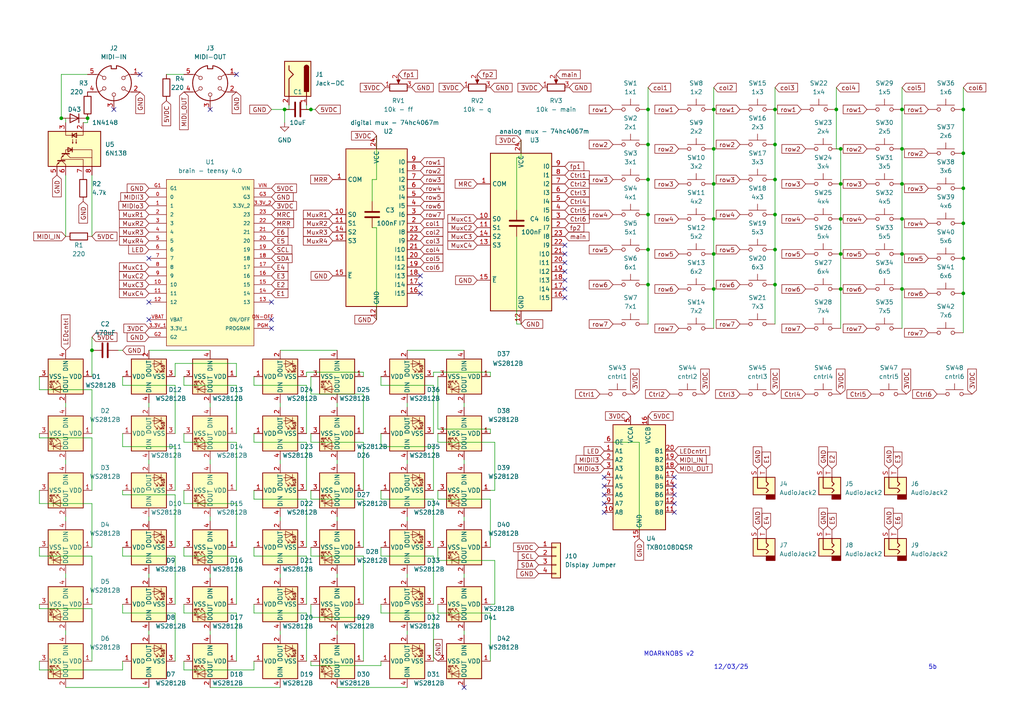
<source format=kicad_sch>
(kicad_sch (version 20211123) (generator eeschema)
  (paper "A4")
  (junction (at 207.01 73.66))
  (junction (at 261.62 53.34))
  (junction (at 261.62 63.5))
  (junction (at 261.62 31.75))
  (junction (at 187.96 41.91))
  (junction (at 207.01 43.18))
  (junction (at 207.01 83.82))
  (junction (at 242.57 31.75))
  (junction (at 207.01 31.75))
  (junction (at 279.4 85.09))
  (junction (at 187.96 62.23))
  (junction (at 279.4 44.45))
  (junction (at 261.62 83.82))
  (junction (at 17.78 34.29))
  (junction (at 261.62 73.66))
  (junction (at 261.62 43.18))
  (junction (at 279.4 54.61))
  (junction (at 243.84 63.5))
  (junction (at 187.96 31.75))
  (junction (at 224.79 31.75))
  (junction (at 224.79 41.91))
  (junction (at 25.4 34.29))
  (junction (at 224.79 72.39))
  (junction (at 243.84 43.18))
  (junction (at 207.01 63.5))
  (junction (at 26.67 101.6))
  (junction (at 279.4 64.77))
  (junction (at 279.4 74.93))
  (junction (at 243.84 53.34))
  (junction (at 243.84 73.66))
  (junction (at 187.96 82.55))
  (junction (at 82.55 31.75))
  (junction (at 279.4 31.75))
  (junction (at 207.01 53.34))
  (junction (at 224.79 52.07))
  (junction (at 224.79 82.55))
  (junction (at 187.96 52.07))
  (junction (at 224.79 62.23))
  (junction (at 90.17 31.75))
  (junction (at 243.84 83.82))
  (junction (at 187.96 72.39))
  (no_connect (at 195.58 146.05))
  (no_connect (at 163.83 86.36))
  (no_connect (at 163.83 78.74))
  (no_connect (at 163.83 73.66))
  (no_connect (at 43.18 92.71))
  (no_connect (at 175.26 140.97))
  (no_connect (at 175.26 143.51))
  (no_connect (at 195.58 138.43))
  (no_connect (at 78.74 92.71))
  (no_connect (at 78.74 95.25))
  (no_connect (at 195.58 148.59))
  (no_connect (at 121.92 82.55))
  (no_connect (at 163.83 76.2))
  (no_connect (at 43.18 74.93))
  (no_connect (at 134.62 199.39))
  (no_connect (at 163.83 71.12))
  (no_connect (at 121.92 80.01))
  (no_connect (at 40.64 21.59))
  (no_connect (at 43.18 87.63))
  (no_connect (at 195.58 140.97))
  (no_connect (at 175.26 148.59))
  (no_connect (at 163.83 81.28))
  (no_connect (at 78.74 87.63))
  (no_connect (at 175.26 138.43))
  (no_connect (at 163.83 83.82))
  (no_connect (at 33.02 31.75))
  (no_connect (at 175.26 146.05))
  (no_connect (at 195.58 143.51))
  (no_connect (at 68.58 21.59))
  (no_connect (at 121.92 85.09))
  (no_connect (at 60.96 31.75))
  (wire (pts (xy 118.11 118.11) (xy 118.11 116.84)))
  (wire (pts (xy 78.74 31.75) (xy 82.55 31.75)))
  (wire (pts (xy 279.4 64.77) (xy 279.4 74.93)))
  (wire (pts (xy 60.96 149.86) (xy 60.96 151.13)))
  (wire (pts (xy 90.17 128.27) (xy 105.41 128.27)))
  (wire (pts (xy 24.13 35.56) (xy 25.4 35.56)))
  (wire (pts (xy 105.41 179.07) (xy 90.17 179.07)))
  (wire (pts (xy 11.43 158.75) (xy 11.43 161.29)))
  (wire (pts (xy 149.86 68.58) (xy 149.86 93.98)))
  (wire (pts (xy 73.66 111.76) (xy 73.66 109.22)))
  (wire (pts (xy 11.43 142.24) (xy 11.43 146.05)))
  (wire (pts (xy 81.28 134.62) (xy 81.28 133.35)))
  (wire (pts (xy 125.73 109.22) (xy 125.73 107.95)))
  (wire (pts (xy 35.56 111.76) (xy 35.56 109.22)))
  (wire (pts (xy 88.9 125.73) (xy 88.9 111.76)))
  (wire (pts (xy 125.73 191.77) (xy 125.73 177.8)))
  (wire (pts (xy 105.41 128.27) (xy 105.41 142.24)))
  (wire (pts (xy 53.34 191.77) (xy 53.34 194.31)))
  (wire (pts (xy 207.01 63.5) (xy 207.01 73.66)))
  (wire (pts (xy 118.11 134.62) (xy 118.11 133.35)))
  (wire (pts (xy 48.26 21.59) (xy 53.34 21.59)))
  (wire (pts (xy 35.56 129.54) (xy 35.56 125.73)))
  (wire (pts (xy 88.9 161.29) (xy 88.9 175.26)))
  (wire (pts (xy 143.51 128.27) (xy 143.51 142.24)))
  (wire (pts (xy 207.01 53.34) (xy 207.01 63.5)))
  (wire (pts (xy 185.42 128.27) (xy 175.26 128.27)))
  (wire (pts (xy 68.58 177.8) (xy 68.58 191.77)))
  (wire (pts (xy 35.56 177.8) (xy 35.56 175.26)))
  (wire (pts (xy 50.8 158.75) (xy 50.8 143.51)))
  (wire (pts (xy 207.01 73.66) (xy 207.01 83.82)))
  (wire (pts (xy 60.96 116.84) (xy 60.96 118.11)))
  (wire (pts (xy 125.73 175.26) (xy 125.73 161.29)))
  (wire (pts (xy 185.42 156.21) (xy 185.42 128.27)))
  (wire (pts (xy 53.34 146.05) (xy 68.58 146.05)))
  (wire (pts (xy 73.66 161.29) (xy 73.66 158.75)))
  (wire (pts (xy 279.4 85.09) (xy 279.4 96.52)))
  (wire (pts (xy 11.43 176.53) (xy 26.67 176.53)))
  (wire (pts (xy 81.28 184.15) (xy 81.28 182.88)))
  (wire (pts (xy 81.28 167.64) (xy 81.28 166.37)))
  (wire (pts (xy 125.73 125.73) (xy 125.73 111.76)))
  (wire (pts (xy 34.29 101.6) (xy 35.56 101.6)))
  (wire (pts (xy 11.43 175.26) (xy 11.43 176.53)))
  (wire (pts (xy 26.67 50.8) (xy 26.67 68.58)))
  (wire (pts (xy 105.41 107.95) (xy 105.41 109.22)))
  (wire (pts (xy 73.66 194.31) (xy 73.66 191.77)))
  (wire (pts (xy 81.28 151.13) (xy 81.28 149.86)))
  (wire (pts (xy 118.11 167.64) (xy 118.11 166.37)))
  (wire (pts (xy 149.86 45.72) (xy 149.86 60.96)))
  (wire (pts (xy 109.22 39.37) (xy 109.22 52.07)))
  (wire (pts (xy 26.67 161.29) (xy 26.67 175.26)))
  (wire (pts (xy 110.49 161.29) (xy 110.49 158.75)))
  (wire (pts (xy 43.18 101.6) (xy 60.96 101.6)))
  (wire (pts (xy 279.4 25.4) (xy 279.4 31.75)))
  (wire (pts (xy 83.82 31.75) (xy 83.82 30.48)))
  (wire (pts (xy 11.43 191.77) (xy 11.43 194.31)))
  (wire (pts (xy 109.22 92.71) (xy 109.22 66.04)))
  (wire (pts (xy 60.96 133.35) (xy 60.96 134.62)))
  (wire (pts (xy 118.11 101.6) (xy 134.62 101.6)))
  (wire (pts (xy 50.8 161.29) (xy 35.56 161.29)))
  (wire (pts (xy 143.51 175.26) (xy 142.24 175.26)))
  (wire (pts (xy 68.58 125.73) (xy 68.58 111.76)))
  (wire (pts (xy 43.18 184.15) (xy 43.18 182.88)))
  (wire (pts (xy 125.73 158.75) (xy 125.73 144.78)))
  (wire (pts (xy 207.01 83.82) (xy 207.01 95.25)))
  (wire (pts (xy 11.43 146.05) (xy 26.67 146.05)))
  (wire (pts (xy 127 175.26) (xy 127 177.8)))
  (wire (pts (xy 90.17 109.22) (xy 90.17 114.3)))
  (wire (pts (xy 110.49 193.04) (xy 110.49 191.77)))
  (wire (pts (xy 118.11 151.13) (xy 118.11 149.86)))
  (wire (pts (xy 109.22 52.07) (xy 107.95 52.07)))
  (wire (pts (xy 261.62 63.5) (xy 261.62 73.66)))
  (wire (pts (xy 68.58 161.29) (xy 68.58 175.26)))
  (wire (pts (xy 26.67 101.6) (xy 26.67 109.22)))
  (wire (pts (xy 53.34 177.8) (xy 68.58 177.8)))
  (wire (pts (xy 207.01 43.18) (xy 207.01 53.34)))
  (wire (pts (xy 88.9 158.75) (xy 88.9 144.78)))
  (wire (pts (xy 11.43 127) (xy 26.67 127)))
  (wire (pts (xy 127 158.75) (xy 127 162.56)))
  (wire (pts (xy 187.96 62.23) (xy 187.96 72.39)))
  (wire (pts (xy 11.43 113.03) (xy 26.67 113.03)))
  (wire (pts (xy 118.11 184.15) (xy 118.11 182.88)))
  (wire (pts (xy 90.17 114.3) (xy 105.41 114.3)))
  (wire (pts (xy 26.67 176.53) (xy 26.67 191.77)))
  (wire (pts (xy 187.96 82.55) (xy 187.96 93.98)))
  (wire (pts (xy 142.24 107.95) (xy 142.24 109.22)))
  (wire (pts (xy 19.05 133.35) (xy 19.05 134.62)))
  (wire (pts (xy 105.41 158.75) (xy 105.41 144.78)))
  (wire (pts (xy 261.62 73.66) (xy 261.62 83.82)))
  (wire (pts (xy 88.9 161.29) (xy 73.66 161.29)))
  (wire (pts (xy 35.56 194.31) (xy 35.56 191.77)))
  (wire (pts (xy 73.66 144.78) (xy 73.66 142.24)))
  (wire (pts (xy 125.73 129.54) (xy 125.73 142.24)))
  (wire (pts (xy 149.86 93.98) (xy 151.13 93.98)))
  (wire (pts (xy 187.96 52.07) (xy 187.96 62.23)))
  (wire (pts (xy 207.01 31.75) (xy 207.01 43.18)))
  (wire (pts (xy 143.51 162.56) (xy 143.51 175.26)))
  (wire (pts (xy 242.57 25.4) (xy 242.57 31.75)))
  (wire (pts (xy 53.34 175.26) (xy 53.34 177.8)))
  (wire (pts (xy 127 177.8) (xy 142.24 177.8)))
  (wire (pts (xy 110.49 129.54) (xy 110.49 125.73)))
  (wire (pts (xy 243.84 53.34) (xy 243.84 63.5)))
  (wire (pts (xy 224.79 31.75) (xy 224.79 41.91)))
  (wire (pts (xy 97.79 166.37) (xy 97.79 167.64)))
  (wire (pts (xy 50.8 125.73) (xy 50.8 111.76)))
  (wire (pts (xy 73.66 177.8) (xy 73.66 175.26)))
  (wire (pts (xy 60.96 182.88) (xy 60.96 184.15)))
  (wire (pts (xy 97.79 116.84) (xy 97.79 118.11)))
  (wire (pts (xy 261.62 25.4) (xy 261.62 31.75)))
  (wire (pts (xy 142.24 124.46) (xy 142.24 125.73)))
  (wire (pts (xy 279.4 31.75) (xy 279.4 44.45)))
  (wire (pts (xy 17.78 21.59) (xy 25.4 21.59)))
  (wire (pts (xy 26.67 146.05) (xy 26.67 158.75)))
  (wire (pts (xy 125.73 144.78) (xy 110.49 144.78)))
  (wire (pts (xy 35.56 143.51) (xy 35.56 142.24)))
  (wire (pts (xy 53.34 158.75) (xy 53.34 161.29)))
  (wire (pts (xy 142.24 177.8) (xy 142.24 191.77)))
  (wire (pts (xy 127 125.73) (xy 127 128.27)))
  (wire (pts (xy 88.9 144.78) (xy 73.66 144.78)))
  (wire (pts (xy 187.96 25.4) (xy 187.96 31.75)))
  (wire (pts (xy 19.05 35.56) (xy 19.05 34.29)))
  (wire (pts (xy 109.22 66.04) (xy 107.95 66.04)))
  (wire (pts (xy 90.17 125.73) (xy 90.17 128.27)))
  (wire (pts (xy 50.8 177.8) (xy 50.8 191.77)))
  (wire (pts (xy 11.43 194.31) (xy 35.56 194.31)))
  (wire (pts (xy 50.8 143.51) (xy 35.56 143.51)))
  (wire (pts (xy 187.96 41.91) (xy 187.96 52.07)))
  (wire (pts (xy 107.95 58.42) (xy 107.95 52.07)))
  (wire (pts (xy 224.79 82.55) (xy 224.79 93.98)))
  (wire (pts (xy 90.17 179.07) (xy 90.17 175.26)))
  (wire (pts (xy 50.8 129.54) (xy 35.56 129.54)))
  (wire (pts (xy 224.79 52.07) (xy 224.79 62.23)))
  (wire (pts (xy 88.9 142.24) (xy 88.9 128.27)))
  (wire (pts (xy 142.24 144.78) (xy 142.24 158.75)))
  (wire (pts (xy 88.9 109.22) (xy 88.9 107.95)))
  (wire (pts (xy 110.49 109.22) (xy 110.49 111.76)))
  (wire (pts (xy 19.05 149.86) (xy 19.05 151.13)))
  (wire (pts (xy 90.17 144.78) (xy 90.17 142.24)))
  (wire (pts (xy 35.56 161.29) (xy 35.56 158.75)))
  (wire (pts (xy 125.73 107.95) (xy 142.24 107.95)))
  (wire (pts (xy 53.34 111.76) (xy 53.34 109.22)))
  (wire (pts (xy 243.84 83.82) (xy 243.84 95.25)))
  (wire (pts (xy 143.51 142.24) (xy 142.24 142.24)))
  (wire (pts (xy 279.4 74.93) (xy 279.4 85.09)))
  (wire (pts (xy 261.62 43.18) (xy 261.62 53.34)))
  (wire (pts (xy 88.9 177.8) (xy 73.66 177.8)))
  (wire (pts (xy 224.79 41.91) (xy 224.79 52.07)))
  (wire (pts (xy 127 128.27) (xy 143.51 128.27)))
  (wire (pts (xy 242.57 43.18) (xy 243.84 43.18)))
  (wire (pts (xy 11.43 109.22) (xy 11.43 113.03)))
  (wire (pts (xy 127 144.78) (xy 142.24 144.78)))
  (wire (pts (xy 151.13 45.72) (xy 151.13 40.64)))
  (wire (pts (xy 53.34 142.24) (xy 53.34 146.05)))
  (wire (pts (xy 50.8 161.29) (xy 50.8 175.26)))
  (wire (pts (xy 26.67 97.79) (xy 26.67 101.6)))
  (wire (pts (xy 82.55 31.75) (xy 83.82 31.75)))
  (wire (pts (xy 26.67 113.03) (xy 26.67 125.73)))
  (wire (pts (xy 17.78 34.29) (xy 17.78 21.59)))
  (wire (pts (xy 97.79 133.35) (xy 97.79 134.62)))
  (wire (pts (xy 224.79 62.23) (xy 224.79 72.39)))
  (wire (pts (xy 224.79 25.4) (xy 224.79 31.75)))
  (wire (pts (xy 91.44 31.75) (xy 90.17 31.75)))
  (wire (pts (xy 50.8 109.22) (xy 50.8 105.41)))
  (wire (pts (xy 19.05 166.37) (xy 19.05 167.64)))
  (wire (pts (xy 88.9 191.77) (xy 88.9 177.8)))
  (wire (pts (xy 125.73 129.54) (xy 110.49 129.54)))
  (wire (pts (xy 97.79 182.88) (xy 97.79 184.15)))
  (wire (pts (xy 134.62 149.86) (xy 134.62 151.13)))
  (wire (pts (xy 53.34 161.29) (xy 68.58 161.29)))
  (wire (pts (xy 60.96 199.39) (xy 81.28 199.39)))
  (wire (pts (xy 19.05 182.88) (xy 19.05 184.15)))
  (wire (pts (xy 26.67 161.29) (xy 11.43 161.29)))
  (wire (pts (xy 261.62 83.82) (xy 261.62 95.25)))
  (wire (pts (xy 127 142.24) (xy 127 144.78)))
  (wire (pts (xy 125.73 111.76) (xy 110.49 111.76)))
  (wire (pts (xy 19.05 50.8) (xy 19.05 68.58)))
  (wire (pts (xy 43.18 118.11) (xy 43.18 116.84)))
  (wire (pts (xy 53.34 125.73) (xy 53.34 128.27)))
  (wire (pts (xy 81.28 118.11) (xy 81.28 116.84)))
  (wire (pts (xy 149.86 45.72) (xy 151.13 45.72)))
  (wire (pts (xy 26.67 127) (xy 26.67 142.24)))
  (wire (pts (xy 97.79 199.39) (xy 118.11 199.39)))
  (wire (pts (xy 110.49 177.8) (xy 110.49 175.26)))
  (wire (pts (xy 11.43 125.73) (xy 11.43 127)))
  (wire (pts (xy 53.34 128.27) (xy 68.58 128.27)))
  (wire (pts (xy 90.17 193.04) (xy 110.49 193.04)))
  (wire (pts (xy 243.84 43.18) (xy 243.84 53.34)))
  (wire (pts (xy 242.57 31.75) (xy 242.57 43.18)))
  (wire (pts (xy 97.79 149.86) (xy 97.79 151.13)))
  (wire (pts (xy 68.58 146.05) (xy 68.58 158.75)))
  (wire (pts (xy 243.84 73.66) (xy 243.84 83.82)))
  (wire (pts (xy 187.96 72.39) (xy 187.96 82.55)))
  (wire (pts (xy 90.17 161.29) (xy 105.41 161.29)))
  (wire (pts (xy 25.4 35.56) (xy 25.4 34.29)))
  (wire (pts (xy 261.62 31.75) (xy 261.62 43.18)))
  (wire (pts (xy 43.18 167.64) (xy 43.18 166.37)))
  (wire (pts (xy 73.66 128.27) (xy 73.66 125.73)))
  (wire (pts (xy 19.05 199.39) (xy 43.18 199.39)))
  (wire (pts (xy 279.4 44.45) (xy 279.4 54.61)))
  (wire (pts (xy 90.17 158.75) (xy 90.17 161.29)))
  (wire (pts (xy 134.62 116.84) (xy 134.62 118.11)))
  (wire (pts (xy 127 109.22) (xy 127 124.46)))
  (wire (pts (xy 68.58 128.27) (xy 68.58 142.24)))
  (wire (pts (xy 82.55 35.56) (xy 82.55 31.75)))
  (wire (pts (xy 134.62 182.88) (xy 134.62 184.15)))
  (wire (pts (xy 127 162.56) (xy 143.51 162.56)))
  (wire (pts (xy 207.01 25.4) (xy 207.01 31.75)))
  (wire (pts (xy 134.62 166.37) (xy 134.62 167.64)))
  (wire (pts (xy 279.4 54.61) (xy 279.4 64.77)))
  (wire (pts (xy 50.8 105.41) (xy 68.58 105.41)))
  (wire (pts (xy 60.96 166.37) (xy 60.96 167.64)))
  (wire (pts (xy 50.8 111.76) (xy 35.56 111.76)))
  (wire (pts (xy 105.41 144.78) (xy 90.17 144.78)))
  (wire (pts (xy 187.96 31.75) (xy 187.96 41.91)))
  (wire (pts (xy 125.73 177.8) (xy 110.49 177.8)))
  (wire (pts (xy 243.84 63.5) (xy 243.84 73.66)))
  (wire (pts (xy 224.79 72.39) (xy 224.79 82.55)))
  (wire (pts (xy 53.34 194.31) (xy 73.66 194.31)))
  (wire (pts (xy 88.9 111.76) (xy 73.66 111.76)))
  (wire (pts (xy 88.9 107.95) (xy 105.41 107.95)))
  (wire (pts (xy 110.49 144.78) (xy 110.49 142.24)))
  (wire (pts (xy 19.05 116.84) (xy 19.05 118.11)))
  (wire (pts (xy 43.18 151.13) (xy 43.18 149.86)))
  (wire (pts (xy 105.41 191.77) (xy 105.41 179.07)))
  (wire (pts (xy 68.58 105.41) (xy 68.58 109.22)))
  (wire (pts (xy 127 124.46) (xy 142.24 124.46)))
  (wire (pts (xy 68.58 111.76) (xy 53.34 111.76)))
  (wire (pts (xy 105.41 114.3) (xy 105.41 125.73)))
  (wire (pts (xy 105.41 161.29) (xy 105.41 175.26)))
  (wire (pts (xy 134.62 133.35) (xy 134.62 134.62)))
  (wire (pts (xy 50.8 177.8) (xy 35.56 177.8)))
  (wire (pts (xy 90.17 191.77) (xy 90.17 193.04)))
  (wire (pts (xy 88.9 31.75) (xy 88.9 30.48)))
  (wire (pts (xy 261.62 53.34) (xy 261.62 63.5)))
  (wire (pts (xy 43.18 134.62) (xy 43.18 133.35)))
  (wire (pts (xy 125.73 161.29) (xy 110.49 161.29)))
  (wire (pts (xy 81.28 101.6) (xy 97.79 101.6)))
  (wire (pts (xy 19.05 34.29) (xy 17.78 34.29)))
  (wire (pts (xy 88.9 31.75) (xy 90.17 31.75)))
  (wire (pts (xy 50.8 129.54) (xy 50.8 142.24)))
  (wire (pts (xy 88.9 128.27) (xy 73.66 128.27)))
  (text "12/03/25" (at 207.01 194.31 0) (effects (font (size 1.27 1.27)) (justify left bottom)))
  (text "MOARkNOBS v2" (at 186.69 190.5 0) (effects (font (size 1.27 1.27)) (justify left bottom)))
  (text "5b" (at 269.24 194.31 0) (effects (font (size 1.27 1.27)) (justify left bottom)))
  (global_label "row2" (shape input) (at 251.46 43.18 180) (property "Intersheet References" "${INTERSHEET_REFS}" (effects hide)))
  (global_label "MuxR2" (shape input) (at 43.18 64.77 180) (property "Intersheet References" "${INTERSHEET_REFS}" (effects hide)))
  (global_label "row4" (shape input) (at 196.85 63.5 180) (property "Intersheet References" "${INTERSHEET_REFS}" (effects hide)))
  (global_label "Ctrl6" (shape input) (at 163.83 63.5 0) (property "Intersheet References" "${INTERSHEET_REFS}" (effects hide)))
  (global_label "row5" (shape input) (at 196.85 73.66 180) (property "Intersheet References" "${INTERSHEET_REFS}" (effects hide)))
  (global_label "row7" (shape input) (at 121.92 62.23 0) (property "Intersheet References" "${INTERSHEET_REFS}" (effects hide)))
  (global_label "Ctrl4" (shape input) (at 233.68 114.3 180) (property "Intersheet References" "${INTERSHEET_REFS}" (effects hide)))
  (global_label "GND" (shape input) (at 40.64 26.67 270) (property "Intersheet References" "${INTERSHEET_REFS}" (effects hide)))
  (global_label "MIDIi3" (shape input) (at 43.18 57.15 180) (property "Intersheet References" "${INTERSHEET_REFS}" (effects hide)))
  (global_label "row3" (shape input) (at 196.85 53.34 180) (property "Intersheet References" "${INTERSHEET_REFS}" (effects hide)))
  (global_label "col6" (shape input) (at 279.4 25.4 0) (property "Intersheet References" "${INTERSHEET_REFS}" (effects hide)))
  (global_label "LED" (shape input) (at 43.18 72.39 180) (property "Intersheet References" "${INTERSHEET_REFS}" (effects hide)))
  (global_label "3VDC" (shape input) (at 281.94 114.3 90) (property "Intersheet References" "${INTERSHEET_REFS}" (effects hide)))
  (global_label "row2" (shape input) (at 269.24 44.45 180) (property "Intersheet References" "${INTERSHEET_REFS}" (effects hide)))
  (global_label "E5" (shape input) (at 241.3 153.67 90) (property "Intersheet References" "${INTERSHEET_REFS}" (effects hide)))
  (global_label "row7" (shape input) (at 233.68 95.25 180) (property "Intersheet References" "${INTERSHEET_REFS}" (effects hide)))
  (global_label "LEDcntrl" (shape input) (at 19.05 101.6 90) (property "Intersheet References" "${INTERSHEET_REFS}" (effects hide)))
  (global_label "col6" (shape input) (at 121.92 77.47 0) (property "Intersheet References" "${INTERSHEET_REFS}" (effects hide)))
  (global_label "E2" (shape input) (at 241.3 135.89 90) (property "Intersheet References" "${INTERSHEET_REFS}" (effects hide)))
  (global_label "SCL" (shape input) (at 156.21 161.29 180) (property "Intersheet References" "${INTERSHEET_REFS}" (effects hide)))
  (global_label "row1" (shape input) (at 214.63 31.75 180) (property "Intersheet References" "${INTERSHEET_REFS}" (effects hide)))
  (global_label "MIDIo3" (shape input) (at 175.26 135.89 180) (property "Intersheet References" "${INTERSHEET_REFS}" (effects hide)))
  (global_label "col4" (shape input) (at 121.92 72.39 0) (property "Intersheet References" "${INTERSHEET_REFS}" (effects hide)))
  (global_label "fp2" (shape input) (at 163.83 66.04 0) (property "Intersheet References" "${INTERSHEET_REFS}" (effects hide)))
  (global_label "3VDC" (shape input) (at 184.15 114.3 90) (property "Intersheet References" "${INTERSHEET_REFS}" (effects hide)))
  (global_label "GND" (shape input) (at 257.81 153.67 90) (property "Intersheet References" "${INTERSHEET_REFS}" (effects hide)))
  (global_label "row6" (shape input) (at 214.63 82.55 180) (property "Intersheet References" "${INTERSHEET_REFS}" (effects hide)))
  (global_label "MIDI_OUT" (shape input) (at 53.34 26.67 270) (property "Intersheet References" "${INTERSHEET_REFS}" (effects hide)))
  (global_label "row2" (shape input) (at 214.63 41.91 180) (property "Intersheet References" "${INTERSHEET_REFS}" (effects hide)))
  (global_label "Ctrl1" (shape input) (at 173.99 114.3 180) (property "Intersheet References" "${INTERSHEET_REFS}" (effects hide)))
  (global_label "MuxC2" (shape input) (at 138.43 66.04 180) (property "Intersheet References" "${INTERSHEET_REFS}" (effects hide)))
  (global_label "col2" (shape input) (at 121.92 67.31 0) (property "Intersheet References" "${INTERSHEET_REFS}" (effects hide)))
  (global_label "Ctrl5" (shape input) (at 163.83 60.96 0) (property "Intersheet References" "${INTERSHEET_REFS}" (effects hide)))
  (global_label "SCL" (shape input) (at 78.74 72.39 0) (property "Intersheet References" "${INTERSHEET_REFS}" (effects hide)))
  (global_label "row3" (shape input) (at 177.8 52.07 180) (property "Intersheet References" "${INTERSHEET_REFS}" (effects hide)))
  (global_label "row3" (shape input) (at 121.92 52.07 0) (property "Intersheet References" "${INTERSHEET_REFS}" (effects hide)))
  (global_label "5VDC" (shape input) (at 48.26 29.21 270) (property "Intersheet References" "${INTERSHEET_REFS}" (effects hide)))
  (global_label "Ctrl4" (shape input) (at 163.83 58.42 0) (property "Intersheet References" "${INTERSHEET_REFS}" (effects hide)))
  (global_label "5VDC" (shape input) (at 78.74 54.61 0) (property "Intersheet References" "${INTERSHEET_REFS}" (effects hide)))
  (global_label "3VDC" (shape input) (at 109.22 39.37 180) (property "Intersheet References" "${INTERSHEET_REFS}" (effects hide)))
  (global_label "row6" (shape input) (at 177.8 82.55 180) (property "Intersheet References" "${INTERSHEET_REFS}" (effects hide)))
  (global_label "MIDIi3" (shape input) (at 175.26 133.35 180) (property "Intersheet References" "${INTERSHEET_REFS}" (effects hide)))
  (global_label "5VDC" (shape input) (at 26.67 68.58 0) (property "Intersheet References" "${INTERSHEET_REFS}" (effects hide)))
  (global_label "col4" (shape input) (at 242.57 25.4 0) (property "Intersheet References" "${INTERSHEET_REFS}" (effects hide)))
  (global_label "5VDC" (shape input) (at 26.67 97.79 0) (property "Intersheet References" "${INTERSHEET_REFS}" (effects hide)))
  (global_label "Ctrl2" (shape input) (at 163.83 53.34 0) (property "Intersheet References" "${INTERSHEET_REFS}" (effects hide)))
  (global_label "row2" (shape input) (at 196.85 43.18 180) (property "Intersheet References" "${INTERSHEET_REFS}" (effects hide)))
  (global_label "E3" (shape input) (at 260.35 135.89 90) (property "Intersheet References" "${INTERSHEET_REFS}" (effects hide)))
  (global_label "row4" (shape input) (at 214.63 62.23 180) (property "Intersheet References" "${INTERSHEET_REFS}" (effects hide)))
  (global_label "MuxR4" (shape input) (at 96.52 69.85 180) (property "Intersheet References" "${INTERSHEET_REFS}" (effects hide)))
  (global_label "row7" (shape input) (at 269.24 96.52 180) (property "Intersheet References" "${INTERSHEET_REFS}" (effects hide)))
  (global_label "row4" (shape input) (at 121.92 54.61 0) (property "Intersheet References" "${INTERSHEET_REFS}" (effects hide)))
  (global_label "row7" (shape input) (at 196.85 95.25 180) (property "Intersheet References" "${INTERSHEET_REFS}" (effects hide)))
  (global_label "3VDC" (shape input) (at 157.48 25.4 180) (property "Intersheet References" "${INTERSHEET_REFS}" (effects hide)))
  (global_label "GND" (shape input) (at 185.42 156.21 270) (property "Intersheet References" "${INTERSHEET_REFS}" (effects hide)))
  (global_label "Ctrl2" (shape input) (at 194.31 114.3 180) (property "Intersheet References" "${INTERSHEET_REFS}" (effects hide)))
  (global_label "E1" (shape input) (at 222.25 135.89 90) (property "Intersheet References" "${INTERSHEET_REFS}" (effects hide)))
  (global_label "row5" (shape input) (at 121.92 57.15 0) (property "Intersheet References" "${INTERSHEET_REFS}" (effects hide)))
  (global_label "col1" (shape input) (at 187.96 25.4 0) (property "Intersheet References" "${INTERSHEET_REFS}" (effects hide)))
  (global_label "E4" (shape input) (at 222.25 153.67 90) (property "Intersheet References" "${INTERSHEET_REFS}" (effects hide)))
  (global_label "MuxR3" (shape input) (at 43.18 67.31 180) (property "Intersheet References" "${INTERSHEET_REFS}" (effects hide)))
  (global_label "Ctrl6" (shape input) (at 271.78 114.3 180) (property "Intersheet References" "${INTERSHEET_REFS}" (effects hide)))
  (global_label "5VDC" (shape input) (at 91.44 31.75 0) (property "Intersheet References" "${INTERSHEET_REFS}" (effects hide)))
  (global_label "MuxC2" (shape input) (at 43.18 80.01 180) (property "Intersheet References" "${INTERSHEET_REFS}" (effects hide)))
  (global_label "5VDC" (shape input) (at 187.96 120.65 0) (property "Intersheet References" "${INTERSHEET_REFS}" (effects hide)))
  (global_label "MRR" (shape input) (at 78.74 64.77 0) (property "Intersheet References" "${INTERSHEET_REFS}" (effects hide)))
  (global_label "GND" (shape input) (at 78.74 31.75 180) (property "Intersheet References" "${INTERSHEET_REFS}" (effects hide)))
  (global_label "row1" (shape input) (at 251.46 31.75 180) (property "Intersheet References" "${INTERSHEET_REFS}" (effects hide)))
  (global_label "3VDC" (shape input) (at 43.18 95.25 180) (property "Intersheet References" "${INTERSHEET_REFS}" (effects hide)))
  (global_label "row2" (shape input) (at 177.8 41.91 180) (property "Intersheet References" "${INTERSHEET_REFS}" (effects hide)))
  (global_label "3VDC" (shape input) (at 224.79 114.3 90) (property "Intersheet References" "${INTERSHEET_REFS}" (effects hide)))
  (global_label "GND" (shape input) (at 119.38 25.4 0) (property "Intersheet References" "${INTERSHEET_REFS}" (effects hide)))
  (global_label "col3" (shape input) (at 224.79 25.4 0) (property "Intersheet References" "${INTERSHEET_REFS}" (effects hide)))
  (global_label "row4" (shape input) (at 233.68 63.5 180) (property "Intersheet References" "${INTERSHEET_REFS}" (effects hide)))
  (global_label "MuxR4" (shape input) (at 43.18 69.85 180) (property "Intersheet References" "${INTERSHEET_REFS}" (effects hide)))
  (global_label "row6" (shape input) (at 121.92 59.69 0) (property "Intersheet References" "${INTERSHEET_REFS}" (effects hide)))
  (global_label "Ctrl3" (shape input) (at 163.83 55.88 0) (property "Intersheet References" "${INTERSHEET_REFS}" (effects hide)))
  (global_label "GND" (shape input) (at 68.58 26.67 270) (property "Intersheet References" "${INTERSHEET_REFS}" (effects hide)))
  (global_label "row5" (shape input) (at 214.63 72.39 180) (property "Intersheet References" "${INTERSHEET_REFS}" (effects hide)))
  (global_label "row1" (shape input) (at 232.41 31.75 180) (property "Intersheet References" "${INTERSHEET_REFS}" (effects hide)))
  (global_label "MIDIo3" (shape input) (at 43.18 59.69 180) (property "Intersheet References" "${INTERSHEET_REFS}" (effects hide)))
  (global_label "SDA" (shape input) (at 156.21 163.83 180) (property "Intersheet References" "${INTERSHEET_REFS}" (effects hide)))
  (global_label "3VDC" (shape input) (at 182.88 120.65 180) (property "Intersheet References" "${INTERSHEET_REFS}" (effects hide)))
  (global_label "MuxC4" (shape input) (at 43.18 85.09 180) (property "Intersheet References" "${INTERSHEET_REFS}" (effects hide)))
  (global_label "E6" (shape input) (at 260.35 153.67 90) (property "Intersheet References" "${INTERSHEET_REFS}" (effects hide)))
  (global_label "GND" (shape input) (at 257.81 135.89 90) (property "Intersheet References" "${INTERSHEET_REFS}" (effects hide)))
  (global_label "LED" (shape input) (at 175.26 130.81 180) (property "Intersheet References" "${INTERSHEET_REFS}" (effects hide)))
  (global_label "MIDI_IN" (shape input) (at 195.58 133.35 0) (property "Intersheet References" "${INTERSHEET_REFS}" (effects hide)))
  (global_label "col5" (shape input) (at 261.62 25.4 0) (property "Intersheet References" "${INTERSHEET_REFS}" (effects hide)))
  (global_label "MIDI_IN" (shape input) (at 19.05 68.58 180) (property "Intersheet References" "${INTERSHEET_REFS}" (effects hide)))
  (global_label "GND" (shape input) (at 109.22 92.71 180) (property "Intersheet References" "${INTERSHEET_REFS}" (effects hide)))
  (global_label "3VDC" (shape input) (at 151.13 40.64 180) (property "Intersheet References" "${INTERSHEET_REFS}" (effects hide)))
  (global_label "row6" (shape input) (at 233.68 83.82 180) (property "Intersheet References" "${INTERSHEET_REFS}" (effects hide)))
  (global_label "GND" (shape input) (at 78.74 57.15 0) (property "Intersheet References" "${INTERSHEET_REFS}" (effects hide)))
  (global_label "MuxR1" (shape input) (at 96.52 62.23 180) (property "Intersheet References" "${INTERSHEET_REFS}" (effects hide)))
  (global_label "row3" (shape input) (at 233.68 53.34 180) (property "Intersheet References" "${INTERSHEET_REFS}" (effects hide)))
  (global_label "row4" (shape input) (at 177.8 62.23 180) (property "Intersheet References" "${INTERSHEET_REFS}" (effects hide)))
  (global_label "row4" (shape input) (at 269.24 64.77 180) (property "Intersheet References" "${INTERSHEET_REFS}" (effects hide)))
  (global_label "GND" (shape input) (at 43.18 54.61 180) (property "Intersheet References" "${INTERSHEET_REFS}" (effects hide)))
  (global_label "row1" (shape input) (at 196.85 31.75 180) (property "Intersheet References" "${INTERSHEET_REFS}" (effects hide)))
  (global_label "col1" (shape input) (at 121.92 64.77 0) (property "Intersheet References" "${INTERSHEET_REFS}" (effects hide)))
  (global_label "3VDC" (shape input) (at 78.74 59.69 0) (property "Intersheet References" "${INTERSHEET_REFS}" (effects hide)))
  (global_label "E3" (shape input) (at 78.74 80.01 0) (property "Intersheet References" "${INTERSHEET_REFS}" (effects hide)))
  (global_label "row7" (shape input) (at 251.46 95.25 180) (property "Intersheet References" "${INTERSHEET_REFS}" (effects hide)))
  (global_label "Ctrl1" (shape input) (at 163.83 50.8 0) (property "Intersheet References" "${INTERSHEET_REFS}" (effects hide)))
  (global_label "main" (shape input) (at 161.29 21.59 0) (property "Intersheet References" "${INTERSHEET_REFS}" (effects hide)))
  (global_label "row3" (shape input) (at 214.63 52.07 180) (property "Intersheet References" "${INTERSHEET_REFS}" (effects hide)))
  (global_label "MuxC1" (shape input) (at 43.18 77.47 180) (property "Intersheet References" "${INTERSHEET_REFS}" (effects hide)))
  (global_label "row5" (shape input) (at 269.24 74.93 180) (property "Intersheet References" "${INTERSHEET_REFS}" (effects hide)))
  (global_label "3VDC" (shape input) (at 243.84 114.3 90) (property "Intersheet References" "${INTERSHEET_REFS}" (effects hide)))
  (global_label "GND" (shape input) (at 24.13 58.42 270) (property "Intersheet References" "${INTERSHEET_REFS}" (effects hide)))
  (global_label "E5" (shape input) (at 78.74 69.85 0) (property "Intersheet References" "${INTERSHEET_REFS}" (effects hide)))
  (global_label "Ctrl3" (shape input) (at 214.63 114.3 180) (property "Intersheet References" "${INTERSHEET_REFS}" (effects hide)))
  (global_label "GND" (shape input) (at 238.76 135.89 90) (property "Intersheet References" "${INTERSHEET_REFS}" (effects hide)))
  (global_label "MRC" (shape input) (at 78.74 62.23 0) (property "Intersheet References" "${INTERSHEET_REFS}" (effects hide)))
  (global_label "GND" (shape input) (at 127 191.77 90) (property "Intersheet References" "${INTERSHEET_REFS}" (effects hide)))
  (global_label "GND" (shape input) (at 16.51 50.8 270) (property "Intersheet References" "${INTERSHEET_REFS}" (effects hide)))
  (global_label "E4" (shape input) (at 78.74 77.47 0) (property "Intersheet References" "${INTERSHEET_REFS}" (effects hide)))
  (global_label "GND" (shape input) (at 156.21 166.37 180) (property "Intersheet References" "${INTERSHEET_REFS}" (effects hide)))
  (global_label "MRR" (shape input) (at 96.52 52.07 180) (property "Intersheet References" "${INTERSHEET_REFS}" (effects hide)))
  (global_label "row2" (shape input) (at 121.92 49.53 0) (property "Intersheet References" "${INTERSHEET_REFS}" (effects hide)))
  (global_label "row7" (shape input) (at 214.63 93.98 180) (property "Intersheet References" "${INTERSHEET_REFS}" (effects hide)))
  (global_label "fp2" (shape input) (at 138.43 21.59 0) (property "Intersheet References" "${INTERSHEET_REFS}" (effects hide)))
  (global_label "fp1" (shape input) (at 163.83 48.26 0) (property "Intersheet References" "${INTERSHEET_REFS}" (effects hide)))
  (global_label "col3" (shape input) (at 121.92 69.85 0) (property "Intersheet References" "${INTERSHEET_REFS}" (effects hide)))
  (global_label "col5" (shape input) (at 121.92 74.93 0) (property "Intersheet References" "${INTERSHEET_REFS}" (effects hide)))
  (global_label "3VDC" (shape input) (at 111.76 25.4 180) (property "Intersheet References" "${INTERSHEET_REFS}" (effects hide)))
  (global_label "MuxC3" (shape input) (at 43.18 82.55 180) (property "Intersheet References" "${INTERSHEET_REFS}" (effects hide)))
  (global_label "Ctrl5" (shape input) (at 252.73 114.3 180) (property "Intersheet References" "${INTERSHEET_REFS}" (effects hide)))
  (global_label "GND" (shape input) (at 142.24 25.4 0) (property "Intersheet References" "${INTERSHEET_REFS}" (effects hide)))
  (global_label "row3" (shape input) (at 269.24 54.61 180) (property "Intersheet References" "${INTERSHEET_REFS}" (effects hide)))
  (global_label "GND" (shape input) (at 43.18 97.79 180) (property "Intersheet References" "${INTERSHEET_REFS}" (effects hide)))
  (global_label "row1" (shape input) (at 269.24 31.75 180) (property "Intersheet References" "${INTERSHEET_REFS}" (effects hide)))
  (global_label "GND" (shape input) (at 219.71 135.89 90) (property "Intersheet References" "${INTERSHEET_REFS}" (effects hide)))
  (global_label "LEDcntrl" (shape input) (at 195.58 130.81 0) (property "Intersheet References" "${INTERSHEET_REFS}" (effects hide)))
  (global_label "row5" (shape input) (at 251.46 73.66 180) (property "Intersheet References" "${INTERSHEET_REFS}" (effects hide)))
  (global_label "row6" (shape input) (at 269.24 85.09 180) (property "Intersheet References" "${INTERSHEET_REFS}" (effects hide)))
  (global_label "row3" (shape input) (at 251.46 53.34 180) (property "Intersheet References" "${INTERSHEET_REFS}" (effects hide)))
  (global_label "MuxR3" (shape input) (at 96.52 67.31 180) (property "Intersheet References" "${INTERSHEET_REFS}" (effects hide)))
  (global_label "E6" (shape input) (at 78.74 67.31 0) (property "Intersheet References" "${INTERSHEET_REFS}" (effects hide)))
  (global_label "MuxC4" (shape input) (at 138.43 71.12 180) (property "Intersheet References" "${INTERSHEET_REFS}" (effects hide)))
  (global_label "E2" (shape input) (at 78.74 82.55 0) (property "Intersheet References" "${INTERSHEET_REFS}" (effects hide)))
  (global_label "row4" (shape input) (at 251.46 63.5 180) (property "Intersheet References" "${INTERSHEET_REFS}" (effects hide)))
  (global_label "MIDI_OUT" (shape input) (at 195.58 135.89 0) (property "Intersheet References" "${INTERSHEET_REFS}" (effects hide)))
  (global_label "main" (shape input) (at 163.83 68.58 0) (property "Intersheet References" "${INTERSHEET_REFS}" (effects hide)))
  (global_label "GND" (shape input) (at 96.52 80.01 180) (property "Intersheet References" "${INTERSHEET_REFS}" (effects hide)))
  (global_label "SDA" (shape input) (at 78.74 74.93 0) (property "Intersheet References" "${INTERSHEET_REFS}" (effects hide)))
  (global_label "row5" (shape input) (at 177.8 72.39 180) (property "Intersheet References" "${INTERSHEET_REFS}" (effects hide)))
  (global_label "row1" (shape input) (at 121.92 46.99 0) (property "Intersheet References" "${INTERSHEET_REFS}" (effects hide)))
  (global_label "fp1" (shape input) (at 115.57 21.59 0) (property "Intersheet References" "${INTERSHEET_REFS}" (effects hide)))
  (global_label "3VDC" (shape input) (at 262.89 114.3 90) (property "Intersheet References" "${INTERSHEET_REFS}" (effects hide)))
  (global_label "row6" (shape input) (at 196.85 83.82 180) (property "Intersheet References" "${INTERSHEET_REFS}" (effects hide)))
  (global_label "MuxC3" (shape input) (at 138.43 68.58 180) (property "Intersheet References" "${INTERSHEET_REFS}" (effects hide)))
  (global_label "GND" (shape input) (at 151.13 93.98 0) (property "Intersheet References" "${INTERSHEET_REFS}" (effects hide)))
  (global_label "E1" (shape input) (at 78.74 85.09 0) (property "Intersheet References" "${INTERSHEET_REFS}" (effects hide)))
  (global_label "MuxR2" (shape input) (at 96.52 64.77 180) (property "Intersheet References" "${INTERSHEET_REFS}" (effects hide)))
  (global_label "MRC" (shape input) (at 138.43 53.34 180) (property "Intersheet References" "${INTERSHEET_REFS}" (effects hide)))
  (global_label "col2" (shape input) (at 207.01 25.4 0) (property "Intersheet References" "${INTERSHEET_REFS}" (effects hide)))
  (global_label "row2" (shape input) (at 233.68 43.18 180) (property "Intersheet References" "${INTERSHEET_REFS}" (effects hide)))
  (global_label "GND" (shape input) (at 138.43 81.28 180) (property "Intersheet References" "${INTERSHEET_REFS}" (effects hide)))
  (global_label "MuxC1" (shape input) (at 138.43 63.5 180) (property "Intersheet References" "${INTERSHEET_REFS}" (effects hide)))
  (global_label "5VDC" (shape input) (at 156.21 158.75 180) (property "Intersheet References" "${INTERSHEET_REFS}" (effects hide)))
  (global_label "MuxR1" (shape input) (at 43.18 62.23 180) (property "Intersheet References" "${INTERSHEET_REFS}" (effects hide)))
  (global_label "GND" (shape input) (at 238.76 153.67 90) (property "Intersheet References" "${INTERSHEET_REFS}" (effects hide)))
  (global_label "row5" (shape input) (at 233.68 73.66 180) (property "Intersheet References" "${INTERSHEET_REFS}" (effects hide)))
  (global_label "GND" (shape input) (at 165.1 25.4 0) (property "Intersheet References" "${INTERSHEET_REFS}" (effects hide)))
  (global_label "row7" (shape input) (at 177.8 93.98 180) (property "Intersheet References" "${INTERSHEET_REFS}" (effects hide)))
  (global_label "3VDC" (shape input) (at 204.47 114.3 90) (property "Intersheet References" "${INTERSHEET_REFS}" (effects hide)))
  (global_label "GND" (shape input) (at 219.71 153.67 90) (property "Intersheet References" "${INTERSHEET_REFS}" (effects hide)))
  (global_label "3VDC" (shape input) (at 134.62 25.4 180) (property "Intersheet References" "${INTERSHEET_REFS}" (effects hide)))
  (global_label "row6" (shape input) (at 251.46 83.82 180) (property "Intersheet References" "${INTERSHEET_REFS}" (effects hide)))
  (global_label "row1" (shape input) (at 177.8 31.75 180) (property "Intersheet References" "${INTERSHEET_REFS}" (effects hide)))
  (global_label "GND" (shape input) (at 35.56 101.6 0) (property "Intersheet References" "${INTERSHEET_REFS}" (effects hide)))
  (symbol (lib_id "LED:WS2812B") (at 60.96 142.24 270) (unit 1)
    (property "Reference" "D15" (at 68.58 146.05 90))
    (property "Value" "WS2812B" (at 67.31 148.59 90))
    (property "Footprint" "LED_SMD:LED_WS2812B_PLCC4_5.0x5.0mm_P3.2mm" (effects hide))
    (property "Datasheet" "https://cdn-shop.adafruit.com/datasheets/WS2812B.pdf" (effects hide))
  )
  (symbol (lib_id "LED:WS2812B") (at 97.79 142.24 270) (unit 1)
    (property "Reference" "D27" (at 105.41 143.51 90))
    (property "Value" "WS2812B" (at 107.95 146.05 90))
    (property "Footprint" "LED_SMD:LED_WS2812B_PLCC4_5.0x5.0mm_P3.2mm" (effects hide))
    (property "Datasheet" "https://cdn-shop.adafruit.com/datasheets/WS2812B.pdf" (effects hide))
  )
  (symbol (lib_id "LED:WS2812B") (at 134.62 142.24 270) (unit 1)
    (property "Reference" "D39" (at 146.05 135.6612 90))
    (property "Value" "WS2812B" (at 146.05 138.2012 90))
    (property "Footprint" "LED_SMD:LED_WS2812B_PLCC4_5.0x5.0mm_P3.2mm" (effects hide))
    (property "Datasheet" "https://cdn-shop.adafruit.com/datasheets/WS2812B.pdf" (effects hide))
  )
  (symbol (lib_id "Switch:SW_Push") (at 238.76 83.82 0) (unit 1)
    (property "Reference" "SW27" (at 238.76 76.2 0))
    (property "Value" "6x4" (at 238.76 78.74 0))
    (property "Footprint" "Button_Switch_SMD:SW_SPST_PTS645" (effects hide))
  )
  (symbol (lib_id "LED:WS2812B") (at 19.05 191.77 270) (unit 1)
    (property "Reference" "D6" (at 30.48 185.1912 90))
    (property "Value" "WS2812B" (at 30.48 187.7312 90))
    (property "Footprint" "LED_SMD:LED_WS2812B_PLCC4_5.0x5.0mm_P3.2mm" (effects hide))
    (property "Datasheet" "https://cdn-shop.adafruit.com/datasheets/WS2812B.pdf" (effects hide))
  )
  (symbol (lib_id "Switch:SW_Push") (at 182.88 31.75 0) (unit 1)
    (property "Reference" "SW1" (at 182.88 24.13 0))
    (property "Value" "1x1" (at 182.88 26.67 0))
    (property "Footprint" "Button_Switch_SMD:SW_SPST_PTS645" (effects hide))
  )
  (symbol (lib_id "Switch:SW_Push") (at 238.76 43.18 0) (unit 1)
    (property "Reference" "SW23" (at 238.76 35.56 0))
    (property "Value" "2x4" (at 238.76 38.1 0))
    (property "Footprint" "Button_Switch_SMD:SW_SPST_PTS645" (effects hide))
  )
  (symbol (lib_id "Switch:SW_Push") (at 238.76 53.34 0) (unit 1)
    (property "Reference" "SW24" (at 238.76 45.72 0))
    (property "Value" "3x4" (at 238.76 48.26 0))
    (property "Footprint" "Button_Switch_SMD:SW_SPST_PTS645" (effects hide))
  )
  (symbol (lib_id "LED:WS2812B") (at 118.11 158.75 90) (unit 1)
    (property "Reference" "D33" (at 125.73 162.56 90))
    (property "Value" "WS2812B" (at 124.46 165.1 90))
    (property "Footprint" "LED_SMD:LED_WS2812B_PLCC4_5.0x5.0mm_P3.2mm" (effects hide))
    (property "Datasheet" "https://cdn-shop.adafruit.com/datasheets/WS2812B.pdf" (effects hide))
  )
  (symbol (lib_id "LED:WS2812B") (at 118.11 142.24 90) (unit 1)
    (property "Reference" "D34" (at 125.73 146.05 90))
    (property "Value" "WS2812B" (at 124.46 148.59 90))
    (property "Footprint" "LED_SMD:LED_WS2812B_PLCC4_5.0x5.0mm_P3.2mm" (effects hide))
    (property "Datasheet" "https://cdn-shop.adafruit.com/datasheets/WS2812B.pdf" (effects hide))
  )
  (symbol (lib_id "LED:WS2812B") (at 97.79 175.26 270) (unit 1)
    (property "Reference" "D29" (at 105.41 179.07 90))
    (property "Value" "WS2812B" (at 104.14 181.61 90))
    (property "Footprint" "LED_SMD:LED_WS2812B_PLCC4_5.0x5.0mm_P3.2mm" (effects hide))
    (property "Datasheet" "https://cdn-shop.adafruit.com/datasheets/WS2812B.pdf" (effects hide))
  )
  (symbol (lib_id "Switch:SW_Push") (at 219.71 93.98 0) (unit 1)
    (property "Reference" "SW21" (at 219.71 86.36 0))
    (property "Value" "7x3" (at 219.71 88.9 0))
    (property "Footprint" "Button_Switch_SMD:SW_SPST_PTS645" (effects hide))
  )
  (symbol (lib_id "Switch:SW_Push") (at 274.32 31.75 0) (unit 1)
    (property "Reference" "SW36" (at 274.32 24.13 0))
    (property "Value" "1x6" (at 274.32 26.67 0))
    (property "Footprint" "Button_Switch_SMD:SW_SPST_PTS645" (effects hide))
  )
  (symbol (lib_id "Device:C") (at 86.36 31.75 90) (unit 1)
    (property "Reference" "C1" (at 86.36 26.67 90))
    (property "Value" "10uF" (at 86.36 35.56 90))
    (property "Footprint" "Capacitor_THT:C_Disc_D3.4mm_W2.1mm_P2.50mm" (effects hide))
  )
  (symbol (lib_id "Switch:SW_Push") (at 256.54 43.18 0) (unit 1)
    (property "Reference" "SW30" (at 256.54 35.56 0))
    (property "Value" "2x5" (at 256.54 38.1 0))
    (property "Footprint" "Button_Switch_SMD:SW_SPST_PTS645" (effects hide))
  )
  (symbol (lib_id "Device:R") (at 24.13 54.61 180) (unit 1)
    (property "Reference" "R2" (at 26.67 53.3399 0) (effects (justify right)))
    (property "Value" "4.7k" (at 26.67 55.8799 0) (effects (justify right)))
    (property "Footprint" "Resistor_THT:R_Axial_DIN0204_L3.6mm_D1.6mm_P2.54mm_Vertical" (effects hide))
  )
  (symbol (lib_id "Device:R") (at 25.4 30.48 180) (unit 1)
    (property "Reference" "R3" (at 22.86 24.13 0) (effects (justify right)))
    (property "Value" "220" (at 20.32 26.67 0) (effects (justify right)))
    (property "Footprint" "Resistor_THT:R_Axial_DIN0204_L3.6mm_D1.6mm_P2.54mm_Vertical" (effects hide))
  )
  (symbol (lib_id "LED:WS2812B") (at 19.05 158.75 270) (unit 1)
    (property "Reference" "D4" (at 30.48 152.1712 90))
    (property "Value" "WS2812B" (at 30.48 154.7112 90))
    (property "Footprint" "LED_SMD:LED_WS2812B_PLCC4_5.0x5.0mm_P3.2mm" (effects hide))
    (property "Datasheet" "https://cdn-shop.adafruit.com/datasheets/WS2812B.pdf" (effects hide))
  )
  (symbol (lib_id "Connector:Jack-DC") (at 86.36 22.86 270) (unit 1)
    (property "Reference" "J1" (at 91.44 21.5899 90) (effects (justify left)))
    (property "Value" "Jack-DC" (at 91.44 24.1299 90) (effects (justify left)))
    (property "Footprint" "Connector_BarrelJack:BarrelJack_GCT_DCJ200-10-A_Horizontal" (effects hide))
  )
  (symbol (lib_id "Device:C") (at 107.95 62.23 180) (unit 1)
    (property "Reference" "C3" (at 111.76 60.9599 0) (effects (justify right)))
    (property "Value" "100nF" (at 109.22 64.77 0) (effects (justify right)))
    (property "Footprint" "Capacitor_THT:C_Disc_D3.4mm_W2.1mm_P2.50mm" (effects hide))
  )
  (symbol (lib_id "Connector:DIN-5") (at 60.96 24.13 180) (unit 1)
    (property "Reference" "J3" (at 60.9599 13.97 0))
    (property "Value" "MIDI-OUT" (at 60.9599 16.51 0))
    (property "Footprint" "midiJack:KYCON_KCDX-5S-N" (effects hide))
    (property "Datasheet" "http://www.mouser.com/ds/2/18/40_c091_abd_e-75918.pdf" (effects hide))
  )
  (symbol (lib_id "Switch:SW_Push") (at 201.93 53.34 0) (unit 1)
    (property "Reference" "SW10" (at 201.93 45.72 0))
    (property "Value" "3x2" (at 201.93 48.26 0))
    (property "Footprint" "Button_Switch_SMD:SW_SPST_PTS645" (effects hide))
  )
  (symbol (lib_id "Connector_Generic:Conn_01x04") (at 161.29 161.29 0) (unit 1)
    (property "Reference" "J10" (at 163.83 161.2899 0) (effects (justify left)))
    (property "Value" "Display Jumper" (at 163.83 163.8299 0) (effects (justify left)))
    (property "Footprint" "Connector_JST:JST_EH_S4B-EH_1x04_P2.50mm_Horizontal" (effects hide))
  )
  (symbol (lib_id "Switch:SW_Push") (at 274.32 96.52 0) (unit 1)
    (property "Reference" "SW42" (at 274.32 88.9 0))
    (property "Value" "7x6" (at 274.32 91.44 0))
    (property "Footprint" "Button_Switch_SMD:SW_SPST_PTS645" (effects hide))
  )
  (symbol (lib_id "LED:WS2812B") (at 81.28 191.77 90) (unit 1)
    (property "Reference" "D19" (at 88.9 195.58 90))
    (property "Value" "WS2812B" (at 86.36 198.12 90))
    (property "Footprint" "LED_SMD:LED_WS2812B_PLCC4_5.0x5.0mm_P3.2mm" (effects hide))
    (property "Datasheet" "https://cdn-shop.adafruit.com/datasheets/WS2812B.pdf" (effects hide))
  )
  (symbol (lib_id "Switch:SW_Push") (at 182.88 93.98 0) (unit 1)
    (property "Reference" "SW7" (at 182.88 86.36 0))
    (property "Value" "7x1" (at 182.88 88.9 0))
    (property "Footprint" "Button_Switch_SMD:SW_SPST_PTS645" (effects hide))
  )
  (symbol (lib_id "LED:WS2812B") (at 97.79 125.73 270) (unit 1)
    (property "Reference" "D26" (at 105.41 132.08 90))
    (property "Value" "WS2812B" (at 107.95 129.54 90))
    (property "Footprint" "LED_SMD:LED_WS2812B_PLCC4_5.0x5.0mm_P3.2mm" (effects hide))
    (property "Datasheet" "https://cdn-shop.adafruit.com/datasheets/WS2812B.pdf" (effects hide))
  )
  (symbol (lib_id "Switch:SW_Push") (at 201.93 73.66 0) (unit 1)
    (property "Reference" "SW12" (at 201.93 66.04 0))
    (property "Value" "5x2" (at 201.93 68.58 0))
    (property "Footprint" "Button_Switch_SMD:SW_SPST_PTS645" (effects hide))
  )
  (symbol (lib_id "LED:WS2812B") (at 43.18 175.26 90) (unit 1)
    (property "Reference" "D8" (at 49.53 179.07 90))
    (property "Value" "WS2812B" (at 49.53 181.61 90))
    (property "Footprint" "LED_SMD:LED_WS2812B_PLCC4_5.0x5.0mm_P3.2mm" (effects hide))
    (property "Datasheet" "https://cdn-shop.adafruit.com/datasheets/WS2812B.pdf" (effects hide))
  )
  (symbol (lib_id "Switch:SW_Push") (at 201.93 95.25 0) (unit 1)
    (property "Reference" "SW14" (at 201.93 87.63 0))
    (property "Value" "7x2" (at 201.93 90.17 0))
    (property "Footprint" "Button_Switch_SMD:SW_SPST_PTS645" (effects hide))
  )
  (symbol (lib_id "Switch:SW_Push") (at 179.07 114.3 0) (unit 1)
    (property "Reference" "SW43" (at 179.07 106.68 0))
    (property "Value" "cntrl1" (at 179.07 109.22 0))
    (property "Footprint" "Button_Switch_SMD:SW_SPST_PTS645" (effects hide))
  )
  (symbol (lib_id "Device:C") (at 149.86 64.77 180) (unit 1)
    (property "Reference" "C4" (at 153.67 63.4999 0) (effects (justify right)))
    (property "Value" "100nF" (at 151.13 67.31 0) (effects (justify right)))
    (property "Footprint" "Capacitor_THT:C_Disc_D3.4mm_W2.1mm_P2.50mm" (effects hide))
  )
  (symbol (lib_id "LED:WS2812B") (at 60.96 191.77 270) (unit 1)
    (property "Reference" "D18" (at 68.58 195.58 90))
    (property "Value" "WS2812B" (at 66.04 198.12 90))
    (property "Footprint" "LED_SMD:LED_WS2812B_PLCC4_5.0x5.0mm_P3.2mm" (effects hide))
    (property "Datasheet" "https://cdn-shop.adafruit.com/datasheets/WS2812B.pdf" (effects hide))
  )
  (symbol (lib_id "LED:WS2812B") (at 81.28 125.73 90) (unit 1)
    (property "Reference" "D23" (at 88.9 129.54 90))
    (property "Value" "WS2812B" (at 86.36 132.08 90))
    (property "Footprint" "LED_SMD:LED_WS2812B_PLCC4_5.0x5.0mm_P3.2mm" (effects hide))
    (property "Datasheet" "https://cdn-shop.adafruit.com/datasheets/WS2812B.pdf" (effects hide))
  )
  (symbol (lib_id "LED:WS2812B") (at 43.18 158.75 90) (unit 1)
    (property "Reference" "D9" (at 49.53 162.56 90))
    (property "Value" "WS2812B" (at 49.53 165.1 90))
    (property "Footprint" "LED_SMD:LED_WS2812B_PLCC4_5.0x5.0mm_P3.2mm" (effects hide))
    (property "Datasheet" "https://cdn-shop.adafruit.com/datasheets/WS2812B.pdf" (effects hide))
  )
  (symbol (lib_id "Device:R_Potentiometer") (at 115.57 25.4 90) (unit 1)
    (property "Reference" "RV1" (at 115.57 29.21 90))
    (property "Value" "10k - ff" (at 115.57 31.75 90))
    (property "Footprint" "Potentiometer_THT:Potentiometer_Alps_RK09L_Single_Vertical" (effects hide))
  )
  (symbol (lib_id "LED:WS2812B") (at 134.62 191.77 270) (unit 1)
    (property "Reference" "D42" (at 146.05 185.1912 90))
    (property "Value" "WS2812B" (at 146.05 187.7312 90))
    (property "Footprint" "LED_SMD:LED_WS2812B_PLCC4_5.0x5.0mm_P3.2mm" (effects hide))
    (property "Datasheet" "https://cdn-shop.adafruit.com/datasheets/WS2812B.pdf" (effects hide))
  )
  (symbol (lib_id "Switch:SW_Push") (at 182.88 52.07 0) (unit 1)
    (property "Reference" "SW3" (at 182.88 44.45 0))
    (property "Value" "3x1" (at 182.88 46.99 0))
    (property "Footprint" "Button_Switch_SMD:SW_SPST_PTS645" (effects hide))
  )
  (symbol (lib_id "Switch:SW_Push") (at 237.49 31.75 0) (unit 1)
    (property "Reference" "SW22" (at 237.49 24.13 0))
    (property "Value" "1x4" (at 237.49 26.67 0))
    (property "Footprint" "Button_Switch_SMD:SW_SPST_PTS645" (effects hide))
  )
  (symbol (lib_id "LED:WS2812B") (at 60.96 109.22 270) (unit 1)
    (property "Reference" "D13" (at 68.58 113.03 90))
    (property "Value" "WS2812B" (at 66.04 115.57 90))
    (property "Footprint" "LED_SMD:LED_WS2812B_PLCC4_5.0x5.0mm_P3.2mm" (effects hide))
    (property "Datasheet" "https://cdn-shop.adafruit.com/datasheets/WS2812B.pdf" (effects hide))
  )
  (symbol (lib_id "Connector:AudioJack2") (at 260.35 158.75 90) (unit 1)
    (property "Reference" "J9" (at 264.16 158.1149 90) (effects (justify right)))
    (property "Value" "AudioJack2" (at 264.16 160.6549 90) (effects (justify right)))
    (property "Footprint" "Connector_Audio:Jack_3.5mm_CUI_SJ1-3533NG_Horizontal" (effects hide))
  )
  (symbol (lib_id "Switch:SW_Push") (at 256.54 53.34 0) (unit 1)
    (property "Reference" "SW31" (at 256.54 45.72 0))
    (property "Value" "3x5" (at 256.54 48.26 0))
    (property "Footprint" "Button_Switch_SMD:SW_SPST_PTS645" (effects hide))
  )
  (symbol (lib_id "LED:WS2812B") (at 60.96 125.73 270) (unit 1)
    (property "Reference" "D14" (at 68.58 129.54 90))
    (property "Value" "WS2812B" (at 67.31 132.08 90))
    (property "Footprint" "LED_SMD:LED_WS2812B_PLCC4_5.0x5.0mm_P3.2mm" (effects hide))
    (property "Datasheet" "https://cdn-shop.adafruit.com/datasheets/WS2812B.pdf" (effects hide))
  )
  (symbol (lib_id "Switch:SW_Push") (at 219.71 62.23 0) (unit 1)
    (property "Reference" "SW18" (at 219.71 54.61 0))
    (property "Value" "4x3" (at 219.71 57.15 0))
    (property "Footprint" "Button_Switch_SMD:SW_SPST_PTS645" (effects hide))
  )
  (symbol (lib_id "Switch:SW_Push") (at 256.54 73.66 0) (unit 1)
    (property "Reference" "SW33" (at 256.54 66.04 0))
    (property "Value" "5x5" (at 256.54 68.58 0))
    (property "Footprint" "Button_Switch_SMD:SW_SPST_PTS645" (effects hide))
  )
  (symbol (lib_id "Switch:SW_Push") (at 182.88 72.39 0) (unit 1)
    (property "Reference" "SW5" (at 182.88 64.77 0))
    (property "Value" "5x1" (at 182.88 67.31 0))
    (property "Footprint" "Button_Switch_SMD:SW_SPST_PTS645" (effects hide))
  )
  (symbol (lib_id "Switch:SW_Push") (at 219.71 41.91 0) (unit 1)
    (property "Reference" "SW16" (at 219.71 34.29 0))
    (property "Value" "2x3" (at 219.71 36.83 0))
    (property "Footprint" "Button_Switch_SMD:SW_SPST_PTS645" (effects hide))
  )
  (symbol (lib_id "Connector:AudioJack2") (at 241.3 140.97 90) (unit 1)
    (property "Reference" "J5" (at 245.11 140.3349 90) (effects (justify right)))
    (property "Value" "AudioJack2" (at 245.11 142.8749 90) (effects (justify right)))
    (property "Footprint" "Connector_Audio:Jack_3.5mm_CUI_SJ1-3533NG_Horizontal" (effects hide))
  )
  (symbol (lib_id "Connector:AudioJack2") (at 222.25 140.97 90) (unit 1)
    (property "Reference" "J4" (at 226.06 140.3349 90) (effects (justify right)))
    (property "Value" "AudioJack2" (at 226.06 142.8749 90) (effects (justify right)))
    (property "Footprint" "Connector_Audio:Jack_3.5mm_CUI_SJ1-3533NG_Horizontal" (effects hide))
  )
  (symbol (lib_id "LED:WS2812B") (at 19.05 125.73 270) (unit 1)
    (property "Reference" "D2" (at 30.48 119.1512 90))
    (property "Value" "WS2812B" (at 30.48 121.6912 90))
    (property "Footprint" "LED_SMD:LED_WS2812B_PLCC4_5.0x5.0mm_P3.2mm" (effects hide))
    (property "Datasheet" "https://cdn-shop.adafruit.com/datasheets/WS2812B.pdf" (effects hide))
  )
  (symbol (lib_id "Switch:SW_Push") (at 199.39 114.3 0) (unit 1)
    (property "Reference" "SW44" (at 199.39 106.68 0))
    (property "Value" "cntrl2" (at 199.39 109.22 0))
    (property "Footprint" "Button_Switch_SMD:SW_SPST_PTS645" (effects hide))
  )
  (symbol (lib_id "Switch:SW_Push") (at 256.54 63.5 0) (unit 1)
    (property "Reference" "SW32" (at 256.54 55.88 0))
    (property "Value" "4x5" (at 256.54 58.42 0))
    (property "Footprint" "Button_Switch_SMD:SW_SPST_PTS645" (effects hide))
  )
  (symbol (lib_id "Device:R_Potentiometer") (at 138.43 25.4 90) (unit 1)
    (property "Reference" "RV2" (at 138.43 29.21 90))
    (property "Value" "10k - q" (at 138.43 31.75 90))
    (property "Footprint" "Potentiometer_THT:Potentiometer_Alps_RK09L_Single_Vertical" (effects hide))
  )
  (symbol (lib_id "LED:WS2812B") (at 97.79 109.22 270) (unit 1)
    (property "Reference" "D25" (at 105.41 113.03 90))
    (property "Value" "WS2812B" (at 102.87 115.57 90))
    (property "Footprint" "LED_SMD:LED_WS2812B_PLCC4_5.0x5.0mm_P3.2mm" (effects hide))
    (property "Datasheet" "https://cdn-shop.adafruit.com/datasheets/WS2812B.pdf" (effects hide))
  )
  (symbol (lib_id "LED:WS2812B") (at 118.11 125.73 90) (unit 1)
    (property "Reference" "D35" (at 125.73 129.54 90))
    (property "Value" "WS2812B" (at 123.19 132.08 90))
    (property "Footprint" "LED_SMD:LED_WS2812B_PLCC4_5.0x5.0mm_P3.2mm" (effects hide))
    (property "Datasheet" "https://cdn-shop.adafruit.com/datasheets/WS2812B.pdf" (effects hide))
  )
  (symbol (lib_id "Switch:SW_Push") (at 182.88 41.91 0) (unit 1)
    (property "Reference" "SW2" (at 182.88 34.29 0))
    (property "Value" "2x1" (at 182.88 36.83 0))
    (property "Footprint" "Button_Switch_SMD:SW_SPST_PTS645" (effects hide))
  )
  (symbol (lib_id "Switch:SW_Push") (at 274.32 64.77 0) (unit 1)
    (property "Reference" "SW39" (at 274.32 57.15 0))
    (property "Value" "4x6" (at 274.32 59.69 0))
    (property "Footprint" "Button_Switch_SMD:SW_SPST_PTS645" (effects hide))
  )
  (symbol (lib_id "Switch:SW_Push") (at 256.54 31.75 0) (unit 1)
    (property "Reference" "SW29" (at 256.54 24.13 0))
    (property "Value" "1x5" (at 256.54 26.67 0))
    (property "Footprint" "Button_Switch_SMD:SW_SPST_PTS645" (effects hide))
  )
  (symbol (lib_id "Switch:SW_Push") (at 201.93 31.75 0) (unit 1)
    (property "Reference" "SW8" (at 201.93 24.13 0))
    (property "Value" "1x2" (at 201.93 26.67 0))
    (property "Footprint" "Button_Switch_SMD:SW_SPST_PTS645" (effects hide))
  )
  (symbol (lib_id "Switch:SW_Push") (at 201.93 83.82 0) (unit 1)
    (property "Reference" "SW13" (at 201.93 76.2 0))
    (property "Value" "6x2" (at 201.93 78.74 0))
    (property "Footprint" "Button_Switch_SMD:SW_SPST_PTS645" (effects hide))
  )
  (symbol (lib_id "Logic_LevelTranslator:TXB0108DQSR") (at 185.42 138.43 0) (unit 1)
    (property "Reference" "U4" (at 187.4394 156.21 0) (effects (justify left)))
    (property "Value" "TXB0108DQSR" (at 187.4394 158.75 0) (effects (justify left)))
    (property "Footprint" "Package_SON:USON-20_2x4mm_P0.4mm" (effects hide))
    (property "Datasheet" "http://www.ti.com/lit/ds/symlink/txb0108.pdf" (effects hide))
  )
  (symbol (lib_id "Switch:SW_Push") (at 219.71 52.07 0) (unit 1)
    (property "Reference" "SW17" (at 219.71 44.45 0))
    (property "Value" "3x3" (at 219.71 46.99 0))
    (property "Footprint" "Button_Switch_SMD:SW_SPST_PTS645" (effects hide))
  )
  (symbol (lib_id "LED:WS2812B") (at 134.62 175.26 270) (unit 1)
    (property "Reference" "D41" (at 142.24 179.07 90))
    (property "Value" "WS2812B" (at 144.78 176.53 90))
    (property "Footprint" "LED_SMD:LED_WS2812B_PLCC4_5.0x5.0mm_P3.2mm" (effects hide))
    (property "Datasheet" "https://cdn-shop.adafruit.com/datasheets/WS2812B.pdf" (effects hide))
  )
  (symbol (lib_id "Isolator:6N138") (at 21.59 43.18 270) (unit 1)
    (property "Reference" "U5" (at 30.48 41.9099 90) (effects (justify left)))
    (property "Value" "6N138" (at 30.48 44.4499 90) (effects (justify left)))
    (property "Footprint" "Package_DIP:DIP-8_W7.62mm" (effects hide))
    (property "Datasheet" "http://www.onsemi.com/pub/Collateral/HCPL2731-D.pdf" (effects hide))
  )
  (symbol (lib_id "Switch:SW_Push") (at 182.88 62.23 0) (unit 1)
    (property "Reference" "SW4" (at 182.88 54.61 0))
    (property "Value" "4x1" (at 182.88 57.15 0))
    (property "Footprint" "Button_Switch_SMD:SW_SPST_PTS645" (effects hide))
  )
  (symbol (lib_id "teensy40:DEV-15583") (at 60.96 74.93 0) (unit 1)
    (property "Reference" "U1" (at 60.96 46.99 0))
    (property "Value" "brain - teensy 4.0" (at 60.96 49.53 0))
    (property "Footprint" "teensy 4.0:MODULE_DEV-15583" (effects hide))
    (property "STANDARD" "Manufacturer Recommendations" (effects hide))
    (property "MAXIMUM_PACKAGE_HEIGHT" "5.87mm" (effects hide))
    (property "MANUFACTURER" "Sparkfun" (effects hide))
  )
  (symbol (lib_id "LED:WS2812B") (at 19.05 175.26 270) (unit 1)
    (property "Reference" "D5" (at 30.48 168.6812 90))
    (property "Value" "WS2812B" (at 30.48 171.2212 90))
    (property "Footprint" "LED_SMD:LED_WS2812B_PLCC4_5.0x5.0mm_P3.2mm" (effects hide))
    (property "Datasheet" "https://cdn-shop.adafruit.com/datasheets/WS2812B.pdf" (effects hide))
  )
  (symbol (lib_id "LED:WS2812B") (at 134.62 109.22 270) (unit 1)
    (property "Reference" "D37" (at 146.05 102.6412 90))
    (property "Value" "WS2812B" (at 147.32 105.41 90))
    (property "Footprint" "LED_SMD:LED_WS2812B_PLCC4_5.0x5.0mm_P3.2mm" (effects hide))
    (property "Datasheet" "https://cdn-shop.adafruit.com/datasheets/WS2812B.pdf" (effects hide))
  )
  (symbol (lib_id "LED:WS2812B") (at 97.79 158.75 270) (unit 1)
    (property "Reference" "D28" (at 107.95 160.02 90))
    (property "Value" "WS2812B" (at 107.95 162.56 90))
    (property "Footprint" "LED_SMD:LED_WS2812B_PLCC4_5.0x5.0mm_P3.2mm" (effects hide))
    (property "Datasheet" "https://cdn-shop.adafruit.com/datasheets/WS2812B.pdf" (effects hide))
  )
  (symbol (lib_id "LED:WS2812B") (at 134.62 125.73 270) (unit 1)
    (property "Reference" "D38" (at 146.05 119.1512 90))
    (property "Value" "WS2812B" (at 146.05 121.6912 90))
    (property "Footprint" "LED_SMD:LED_WS2812B_PLCC4_5.0x5.0mm_P3.2mm" (effects hide))
    (property "Datasheet" "https://cdn-shop.adafruit.com/datasheets/WS2812B.pdf" (effects hide))
  )
  (symbol (lib_id "Switch:SW_Push") (at 238.76 95.25 0) (unit 1)
    (property "Reference" "SW28" (at 238.76 87.63 0))
    (property "Value" "7x4" (at 238.76 90.17 0))
    (property "Footprint" "Button_Switch_SMD:SW_SPST_PTS645" (effects hide))
  )
  (symbol (lib_id "LED:WS2812B") (at 118.11 175.26 90) (unit 1)
    (property "Reference" "D32" (at 125.73 179.07 90))
    (property "Value" "WS2812B" (at 123.19 181.61 90))
    (property "Footprint" "LED_SMD:LED_WS2812B_PLCC4_5.0x5.0mm_P3.2mm" (effects hide))
    (property "Datasheet" "https://cdn-shop.adafruit.com/datasheets/WS2812B.pdf" (effects hide))
  )
  (symbol (lib_id "Switch:SW_Push") (at 219.71 72.39 0) (unit 1)
    (property "Reference" "SW19" (at 219.71 64.77 0))
    (property "Value" "5x3" (at 219.71 67.31 0))
    (property "Footprint" "Button_Switch_SMD:SW_SPST_PTS645" (effects hide))
  )
  (symbol (lib_id "LED:WS2812B") (at 81.28 158.75 90) (unit 1)
    (property "Reference" "D21" (at 88.9 162.56 90))
    (property "Value" "WS2812B" (at 86.36 165.1 90))
    (property "Footprint" "LED_SMD:LED_WS2812B_PLCC4_5.0x5.0mm_P3.2mm" (effects hide))
    (property "Datasheet" "https://cdn-shop.adafruit.com/datasheets/WS2812B.pdf" (effects hide))
  )
  (symbol (lib_id "Switch:SW_Push") (at 182.88 82.55 0) (unit 1)
    (property "Reference" "SW6" (at 182.88 74.93 0))
    (property "Value" "6x1" (at 182.88 77.47 0))
    (property "Footprint" "Button_Switch_SMD:SW_SPST_PTS645" (effects hide))
  )
  (symbol (lib_id "LED:WS2812B") (at 118.11 109.22 90) (unit 1)
    (property "Reference" "D36" (at 125.73 113.03 90))
    (property "Value" "WS2812B" (at 123.19 115.57 90))
    (property "Footprint" "LED_SMD:LED_WS2812B_PLCC4_5.0x5.0mm_P3.2mm" (effects hide))
    (property "Datasheet" "https://cdn-shop.adafruit.com/datasheets/WS2812B.pdf" (effects hide))
  )
  (symbol (lib_id "Switch:SW_Push") (at 274.32 85.09 0) (unit 1)
    (property "Reference" "SW41" (at 274.32 77.47 0))
    (property "Value" "6x6" (at 274.32 80.01 0))
    (property "Footprint" "Button_Switch_SMD:SW_SPST_PTS645" (effects hide))
  )
  (symbol (lib_id "Switch:SW_Push") (at 219.71 31.75 0) (unit 1)
    (property "Reference" "SW15" (at 219.71 24.13 0))
    (property "Value" "1x3" (at 219.71 26.67 0))
    (property "Footprint" "Button_Switch_SMD:SW_SPST_PTS645" (effects hide))
  )
  (symbol (lib_id "Switch:SW_Push") (at 238.76 73.66 0) (unit 1)
    (property "Reference" "SW26" (at 238.76 66.04 0))
    (property "Value" "5x4" (at 238.76 68.58 0))
    (property "Footprint" "Button_Switch_SMD:SW_SPST_PTS645" (effects hide))
  )
  (symbol (lib_id "74xx:CD74HC4067M") (at 151.13 66.04 0) (unit 1)
    (property "Reference" "U3" (at 153.67 40.64 0) (effects (justify left)))
    (property "Value" "analog mux - 74hc4067m" (at 144.78 38.1 0) (effects (justify left)))
    (property "Footprint" "Package_SO:SOIC-24W_7.5x15.4mm_P1.27mm" (effects hide))
    (property "Datasheet" "http://www.ti.com/lit/ds/symlink/cd74hc4067.pdf" (effects hide))
  )
  (symbol (lib_id "power:GND") (at 82.55 35.56 0) (unit 1)
    (property "Reference" "#PWR0101" (effects hide))
    (property "Value" "GND" (at 82.55 40.64 0))
  )
  (symbol (lib_id "LED:WS2812B") (at 60.96 158.75 270) (unit 1)
    (property "Reference" "D16" (at 68.58 162.56 90))
    (property "Value" "WS2812B" (at 66.04 165.1 90))
    (property "Footprint" "LED_SMD:LED_WS2812B_PLCC4_5.0x5.0mm_P3.2mm" (effects hide))
    (property "Datasheet" "https://cdn-shop.adafruit.com/datasheets/WS2812B.pdf" (effects hide))
  )
  (symbol (lib_id "Connector:AudioJack2") (at 241.3 158.75 90) (unit 1)
    (property "Reference" "J8" (at 245.11 158.1149 90) (effects (justify right)))
    (property "Value" "AudioJack2" (at 245.11 160.6549 90) (effects (justify right)))
    (property "Footprint" "Connector_Audio:Jack_3.5mm_CUI_SJ1-3533NG_Horizontal" (effects hide))
  )
  (symbol (lib_id "LED:WS2812B") (at 118.11 191.77 90) (unit 1)
    (property "Reference" "D31" (at 125.73 195.58 90))
    (property "Value" "WS2812B" (at 124.46 198.12 90))
    (property "Footprint" "LED_SMD:LED_WS2812B_PLCC4_5.0x5.0mm_P3.2mm" (effects hide))
    (property "Datasheet" "https://cdn-shop.adafruit.com/datasheets/WS2812B.pdf" (effects hide))
  )
  (symbol (lib_id "Switch:SW_Push") (at 274.32 44.45 0) (unit 1)
    (property "Reference" "SW37" (at 274.32 36.83 0))
    (property "Value" "2x6" (at 274.32 39.37 0))
    (property "Footprint" "Button_Switch_SMD:SW_SPST_PTS645" (effects hide))
  )
  (symbol (lib_id "LED:WS2812B") (at 134.62 158.75 270) (unit 1)
    (property "Reference" "D40" (at 146.05 152.1712 90))
    (property "Value" "WS2812B" (at 146.05 154.7112 90))
    (property "Footprint" "LED_SMD:LED_WS2812B_PLCC4_5.0x5.0mm_P3.2mm" (effects hide))
    (property "Datasheet" "https://cdn-shop.adafruit.com/datasheets/WS2812B.pdf" (effects hide))
  )
  (symbol (lib_id "Connector:AudioJack2") (at 222.25 158.75 90) (unit 1)
    (property "Reference" "J7" (at 226.06 158.1149 90) (effects (justify right)))
    (property "Value" "AudioJack2" (at 226.06 160.6549 90) (effects (justify right)))
    (property "Footprint" "Connector_Audio:Jack_3.5mm_CUI_SJ1-3533NG_Horizontal" (effects hide))
  )
  (symbol (lib_id "Switch:SW_Push") (at 238.76 114.3 0) (unit 1)
    (property "Reference" "SW46" (at 238.76 106.68 0))
    (property "Value" "cntrl4" (at 238.76 109.22 0))
    (property "Footprint" "Button_Switch_SMD:SW_SPST_PTS645" (effects hide))
  )
  (symbol (lib_id "Switch:SW_Push") (at 256.54 95.25 0) (unit 1)
    (property "Reference" "SW35" (at 256.54 87.63 0))
    (property "Value" "7x5" (at 256.54 90.17 0))
    (property "Footprint" "Button_Switch_SMD:SW_SPST_PTS645" (effects hide))
  )
  (symbol (lib_id "Switch:SW_Push") (at 238.76 63.5 0) (unit 1)
    (property "Reference" "SW25" (at 238.76 55.88 0))
    (property "Value" "4x4" (at 238.76 58.42 0))
    (property "Footprint" "Button_Switch_SMD:SW_SPST_PTS645" (effects hide))
  )
  (symbol (lib_id "Switch:SW_Push") (at 219.71 114.3 0) (unit 1)
    (property "Reference" "SW45" (at 219.71 106.68 0))
    (property "Value" "cntrl3" (at 219.71 109.22 0))
    (property "Footprint" "Button_Switch_SMD:SW_SPST_PTS645" (effects hide))
  )
  (symbol (lib_id "LED:WS2812B") (at 19.05 109.22 270) (unit 1)
    (property "Reference" "D1" (at 27.94 109.22 90))
    (property "Value" "WS2812B" (at 29.21 111.76 90))
    (property "Footprint" "LED_SMD:LED_WS2812B_PLCC4_5.0x5.0mm_P3.2mm" (effects hide))
    (property "Datasheet" "https://cdn-shop.adafruit.com/datasheets/WS2812B.pdf" (effects hide))
  )
  (symbol (lib_id "Switch:SW_Push") (at 201.93 63.5 0) (unit 1)
    (property "Reference" "SW11" (at 201.93 55.88 0))
    (property "Value" "4x2" (at 201.93 58.42 0))
    (property "Footprint" "Button_Switch_SMD:SW_SPST_PTS645" (effects hide))
  )
  (symbol (lib_id "LED:WS2812B") (at 19.05 142.24 270) (unit 1)
    (property "Reference" "D3" (at 30.48 135.6612 90))
    (property "Value" "WS2812B" (at 30.48 138.2012 90))
    (property "Footprint" "LED_SMD:LED_WS2812B_PLCC4_5.0x5.0mm_P3.2mm" (effects hide))
    (property "Datasheet" "https://cdn-shop.adafruit.com/datasheets/WS2812B.pdf" (effects hide))
  )
  (symbol (lib_id "LED:WS2812B") (at 43.18 142.24 90) (unit 1)
    (property "Reference" "D10" (at 50.8 146.05 90))
    (property "Value" "WS2812B" (at 48.26 148.59 90))
    (property "Footprint" "LED_SMD:LED_WS2812B_PLCC4_5.0x5.0mm_P3.2mm" (effects hide))
    (property "Datasheet" "https://cdn-shop.adafruit.com/datasheets/WS2812B.pdf" (effects hide))
  )
  (symbol (lib_id "LED:WS2812B") (at 43.18 125.73 90) (unit 1)
    (property "Reference" "D11" (at 50.8 129.54 90))
    (property "Value" "WS2812B" (at 48.26 132.08 90))
    (property "Footprint" "LED_SMD:LED_WS2812B_PLCC4_5.0x5.0mm_P3.2mm" (effects hide))
    (property "Datasheet" "https://cdn-shop.adafruit.com/datasheets/WS2812B.pdf" (effects hide))
  )
  (symbol (lib_id "LED:WS2812B") (at 81.28 142.24 90) (unit 1)
    (property "Reference" "D22" (at 88.9 146.05 90))
    (property "Value" "WS2812B" (at 87.63 148.59 90))
    (property "Footprint" "LED_SMD:LED_WS2812B_PLCC4_5.0x5.0mm_P3.2mm" (effects hide))
    (property "Datasheet" "https://cdn-shop.adafruit.com/datasheets/WS2812B.pdf" (effects hide))
  )
  (symbol (lib_id "Device:R") (at 48.26 25.4 180) (unit 1)
    (property "Reference" "R4" (at 50.8 22.86 0) (effects (justify right)))
    (property "Value" "220" (at 49.53 25.4 0) (effects (justify right)))
    (property "Footprint" "Resistor_THT:R_Axial_DIN0204_L3.6mm_D1.6mm_P2.54mm_Vertical" (effects hide))
  )
  (symbol (lib_id "74xx:CD74HC4067M") (at 109.22 64.77 0) (unit 1)
    (property "Reference" "U2" (at 111.2394 38.1 0) (effects (justify left)))
    (property "Value" "digital mux - 74hc4067m" (at 101.6 35.56 0) (effects (justify left)))
    (property "Footprint" "Package_SO:SOIC-24W_7.5x15.4mm_P1.27mm" (effects hide))
    (property "Datasheet" "http://www.ti.com/lit/ds/symlink/cd74hc4067.pdf" (effects hide))
  )
  (symbol (lib_id "Switch:SW_Push") (at 219.71 82.55 0) (unit 1)
    (property "Reference" "SW20" (at 219.71 74.93 0))
    (property "Value" "6x3" (at 219.71 77.47 0))
    (property "Footprint" "Button_Switch_SMD:SW_SPST_PTS645" (effects hide))
  )
  (symbol (lib_id "Switch:SW_Push") (at 256.54 83.82 0) (unit 1)
    (property "Reference" "SW34" (at 256.54 76.2 0))
    (property "Value" "6x5" (at 256.54 78.74 0))
    (property "Footprint" "Button_Switch_SMD:SW_SPST_PTS645" (effects hide))
  )
  (symbol (lib_id "Device:R_Potentiometer") (at 161.29 25.4 90) (unit 1)
    (property "Reference" "RV3" (at 161.29 29.21 90))
    (property "Value" "10k - main" (at 161.29 31.75 90))
    (property "Footprint" "Potentiometer_THT:Potentiometer_Alps_RK09L_Single_Vertical" (effects hide))
  )
  (symbol (lib_id "LED:WS2812B") (at 60.96 175.26 270) (unit 1)
    (property "Reference" "D17" (at 68.58 179.07 90))
    (property "Value" "WS2812B" (at 66.04 181.61 90))
    (property "Footprint" "LED_SMD:LED_WS2812B_PLCC4_5.0x5.0mm_P3.2mm" (effects hide))
    (property "Datasheet" "https://cdn-shop.adafruit.com/datasheets/WS2812B.pdf" (effects hide))
  )
  (symbol (lib_id "Switch:SW_Push") (at 274.32 74.93 0) (unit 1)
    (property "Reference" "SW40" (at 274.32 67.31 0))
    (property "Value" "5x6" (at 274.32 69.85 0))
    (property "Footprint" "Button_Switch_SMD:SW_SPST_PTS645" (effects hide))
  )
  (symbol (lib_id "LED:WS2812B") (at 43.18 109.22 90) (unit 1)
    (property "Reference" "D12" (at 50.8 113.03 90))
    (property "Value" "WS2812B" (at 49.53 115.57 90))
    (property "Footprint" "LED_SMD:LED_WS2812B_PLCC4_5.0x5.0mm_P3.2mm" (effects hide))
    (property "Datasheet" "https://cdn-shop.adafruit.com/datasheets/WS2812B.pdf" (effects hide))
  )
  (symbol (lib_id "Switch:SW_Push") (at 274.32 54.61 0) (unit 1)
    (property "Reference" "SW38" (at 274.32 46.99 0))
    (property "Value" "3x6" (at 274.32 49.53 0))
    (property "Footprint" "Button_Switch_SMD:SW_SPST_PTS645" (effects hide))
  )
  (symbol (lib_id "Switch:SW_Push") (at 276.86 114.3 0) (unit 1)
    (property "Reference" "SW48" (at 276.86 106.68 0))
    (property "Value" "cntrl6" (at 276.86 109.22 0))
    (property "Footprint" "Button_Switch_SMD:SW_SPST_PTS645" (effects hide))
  )
  (symbol (lib_id "Switch:SW_Push") (at 201.93 43.18 0) (unit 1)
    (property "Reference" "SW9" (at 201.93 35.56 0))
    (property "Value" "2x2" (at 201.93 38.1 0))
    (property "Footprint" "Button_Switch_SMD:SW_SPST_PTS645" (effects hide))
  )
  (symbol (lib_id "LED:WS2812B") (at 81.28 109.22 90) (unit 1)
    (property "Reference" "D24" (at 88.9 113.03 90))
    (property "Value" "WS2812B" (at 87.63 115.57 90))
    (property "Footprint" "LED_SMD:LED_WS2812B_PLCC4_5.0x5.0mm_P3.2mm" (effects hide))
    (property "Datasheet" "https://cdn-shop.adafruit.com/datasheets/WS2812B.pdf" (effects hide))
  )
  (symbol (lib_id "LED:WS2812B") (at 81.28 175.26 90) (unit 1)
    (property "Reference" "D20" (at 88.9 179.07 90))
    (property "Value" "WS2812B" (at 86.36 181.61 90))
    (property "Footprint" "LED_SMD:LED_WS2812B_PLCC4_5.0x5.0mm_P3.2mm" (effects hide))
    (property "Datasheet" "https://cdn-shop.adafruit.com/datasheets/WS2812B.pdf" (effects hide))
  )
  (symbol (lib_id "LED:WS2812B") (at 97.79 191.77 270) (unit 1)
    (property "Reference" "D30" (at 105.41 195.58 90))
    (property "Value" "WS2812B" (at 102.87 198.12 90))
    (property "Footprint" "LED_SMD:LED_WS2812B_PLCC4_5.0x5.0mm_P3.2mm" (effects hide))
    (property "Datasheet" "https://cdn-shop.adafruit.com/datasheets/WS2812B.pdf" (effects hide))
  )
  (symbol (lib_id "Device:R") (at 22.86 68.58 90) (unit 1)
    (property "Reference" "R1" (at 22.86 71.12 90))
    (property "Value" "220" (at 22.86 73.66 90))
    (property "Footprint" "Resistor_THT:R_Axial_DIN0204_L3.6mm_D1.6mm_P2.54mm_Vertical" (effects hide))
  )
  (symbol (lib_id "Connector:AudioJack2") (at 260.35 140.97 90) (unit 1)
    (property "Reference" "J6" (at 264.16 140.3349 90) (effects (justify right)))
    (property "Value" "AudioJack2" (at 264.16 142.8749 90) (effects (justify right)))
    (property "Footprint" "Connector_Audio:Jack_3.5mm_CUI_SJ1-3533NG_Horizontal" (effects hide))
  )
  (symbol (lib_id "Switch:SW_Push") (at 257.81 114.3 0) (unit 1)
    (property "Reference" "SW47" (at 257.81 106.68 0))
    (property "Value" "cntrl5" (at 257.81 109.22 0))
    (property "Footprint" "Button_Switch_SMD:SW_SPST_PTS645" (effects hide))
  )
  (symbol (lib_id "LED:WS2812B") (at 43.18 191.77 90) (unit 1)
    (property "Reference" "D7" (at 49.53 195.58 90))
    (property "Value" "WS2812B" (at 49.53 198.12 90))
    (property "Footprint" "LED_SMD:LED_WS2812B_PLCC4_5.0x5.0mm_P3.2mm" (effects hide))
    (property "Datasheet" "https://cdn-shop.adafruit.com/datasheets/WS2812B.pdf" (effects hide))
  )
  (symbol (lib_id "Diode:1N4148") (at 21.59 34.29 180) (unit 1)
    (property "Reference" "D43" (at 21.59 31.75 0))
    (property "Value" "1N4148" (at 30.48 35.56 0))
    (property "Footprint" "Diode_THT:D_DO-35_SOD27_P7.62mm_Horizontal" (effects hide))
    (property "Datasheet" "https://assets.nexperia.com/documents/data-sheet/1N4148_1N4448.pdf" (effects hide))
  )
  (symbol (lib_id "Connector:DIN-5") (at 33.02 24.13 180) (unit 1)
    (property "Reference" "J2" (at 33.0199 13.97 0))
    (property "Value" "MIDI-IN" (at 33.0199 16.51 0))
    (property "Footprint" "midiJack:KYCON_KCDX-5S-N" (effects hide))
    (property "Datasheet" "http://www.mouser.com/ds/2/18/40_c091_abd_e-75918.pdf" (effects hide))
  )
  (symbol (lib_id "Device:C") (at 30.48 101.6 90) (unit 1)
    (property "Reference" "C2" (at 30.48 93.98 90))
    (property "Value" "470uF" (at 30.48 96.52 90))
    (property "Footprint" "Capacitor_THT:C_Disc_D3.4mm_W2.1mm_P2.50mm" (effects hide))
  )
)
</source>
